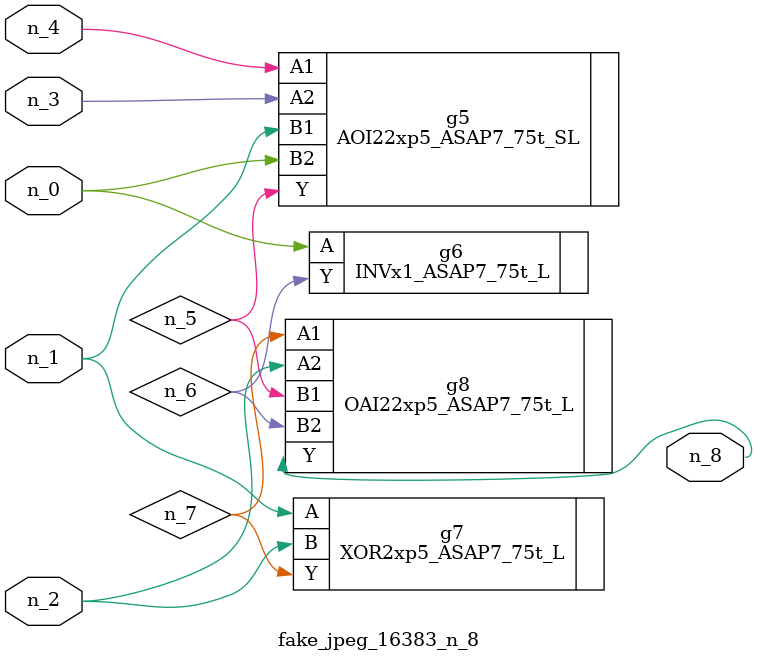
<source format=v>
module fake_jpeg_16383_n_8 (n_3, n_2, n_1, n_0, n_4, n_8);

input n_3;
input n_2;
input n_1;
input n_0;
input n_4;

output n_8;

wire n_6;
wire n_5;
wire n_7;

AOI22xp5_ASAP7_75t_SL g5 ( 
.A1(n_4),
.A2(n_3),
.B1(n_1),
.B2(n_0),
.Y(n_5)
);

INVx1_ASAP7_75t_L g6 ( 
.A(n_0),
.Y(n_6)
);

XOR2xp5_ASAP7_75t_L g7 ( 
.A(n_1),
.B(n_2),
.Y(n_7)
);

OAI22xp5_ASAP7_75t_L g8 ( 
.A1(n_7),
.A2(n_2),
.B1(n_5),
.B2(n_6),
.Y(n_8)
);


endmodule
</source>
